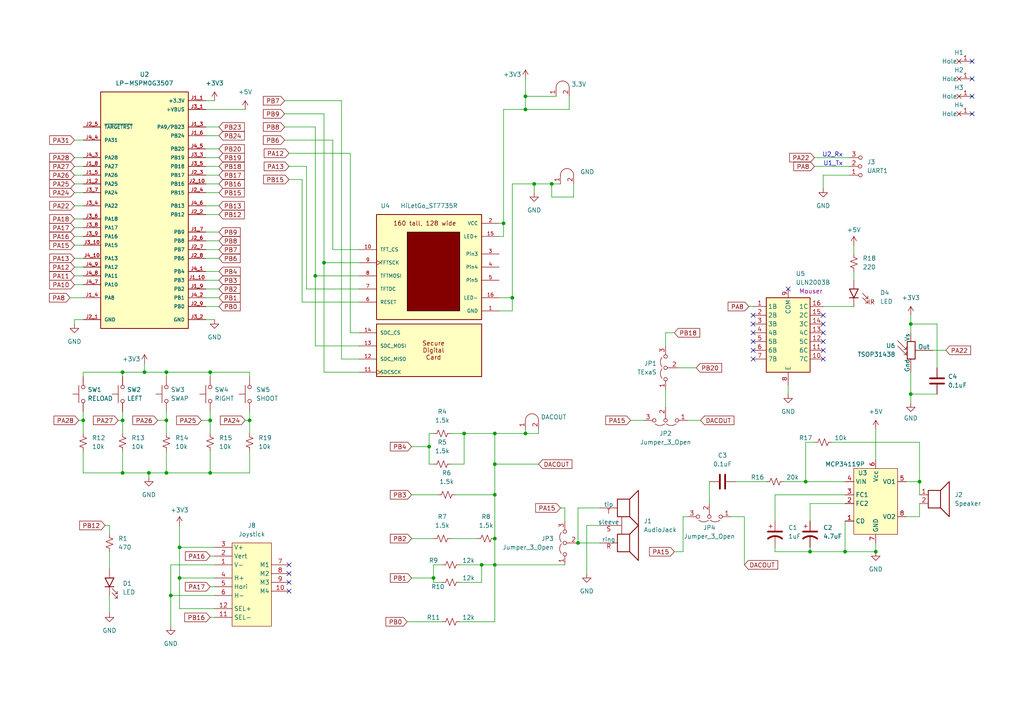
<source format=kicad_sch>
(kicad_sch (version 20250114) (generator "eeschema") (generator_version "9.0")
  (paper "A4")
  (title_block (title "Assignment1, Elijah Silguero") (date "2025-02-24") (rev "v1.0.1") (company "The University of Texas at Austin"))
  (lib_symbols
    (symbol "+3V3_1" (power) (pin_numbers (hide yes)) (pin_names (offset 0) (hide yes))
      (property "Value" "+3V3" (at 0 3.556 0))
      (symbol "+3V3_1_1_1"
        (pin power_in line (at 0 0 90) (length 0) (name "~") (number "1"))
      )
    )
    (symbol "+3V3_2" (power) (pin_numbers (hide yes)) (pin_names (offset 0) (hide yes))
      (property "Value" "+3V3" (at 0 3.556 0))
      (symbol "+3V3_2_1_1"
        (pin power_in line (at 0 0 90) (length 0) (name "~") (number "1"))
      )
    )
    (symbol "+5V_1" (power) (pin_numbers (hide yes)) (pin_names (offset 0) (hide yes))
      (property "Value" "+5V" (at 0 3.556 0))
      (symbol "+5V_1_1_1"
        (pin power_in line (at 0 0 90) (length 0) (name "~") (number "1"))
      )
    )
    (symbol "ECE319K:C" (pin_numbers (hide yes)) (pin_names (offset 0.254))
      (property "Reference" "C" (at 0.635 2.54 0))
      (property "Value" "C" (at 0.635 -2.54 0))
      (symbol "C_1_1"
        (pin passive line (at 0 3.81 270) (length 2.794) (name "~") (number "1"))
        (pin passive line (at 0 -3.81 90) (length 2.794) (name "~") (number "2"))
      )
    )
    (symbol "ECE319K:C_Polarized" (pin_numbers (hide yes)) (pin_names (offset 0.254) (hide yes))
      (property "Reference" "C" (at 0.635 2.54 0))
      (property "Value" "C_Polarized" (at 0.635 -2.54 0))
      (symbol "C_Polarized_1_1"
        (pin passive line (at 0 3.81 270) (length 2.794) (name "~") (number "1"))
        (pin passive line (at 0 -3.81 90) (length 3.302) (name "~") (number "2"))
      )
    )
    (symbol "ECE319K:Header_3" (pin_names (offset 0) (hide yes))
      (property "Reference" "J" (at 0 2.794 0))
      (property "Value" "Header3" (at 0.635 -4.445 0))
      (symbol "Header_3_1_1"
        (pin passive line (at 5.08 2.54 180) (length 2.54) (name "A") (number "1"))
        (pin passive line (at 5.08 0 180) (length 2.54) (name "B") (number "2"))
        (pin passive line (at 5.08 -2.54 180) (length 2.54) (name "C") (number "3"))
      )
    )
    (symbol "ECE319K:HeadphoneJack" (pin_names (offset 0))
      (property "Reference" "J" (at 1.27 5.715 0))
      (property "Value" "AudioJack" (at 1.27 3.81 0))
      (symbol "HeadphoneJack_1_1"
        (pin input line (at -7.62 -1.27 0) (length 5.12) (name "tip") (number "T"))
        (pin input line (at -7.62 -6.35 0) (length 5.12) (name "sleeve") (number "S"))
        (pin input line (at -7.62 -11.43 0) (length 5.12) (name "ring") (number "R"))
      )
    )
    (symbol "ECE319K:HiLetGo_ST7735R" (pin_names (offset 1.016))
      (property "Reference" "U?" (at -15.24 16.002 0))
      (property "Value" "HiLetGo_ST7735R" (at -11.43 -34.29 0))
      (symbol "HiLetGo_ST7735R_1_0"
        (pin input line (at -20.32 5.08 0) (length 5.08) (name "TFT_CS") (number "10"))
        (pin input clock (at -20.32 1.27 0) (length 5.08) (name "TFTSCK") (number "9"))
        (pin input line (at -20.32 -2.54 0) (length 5.08) (name "TFTMOSI") (number "8"))
        (pin input line (at -20.32 -6.35 0) (length 5.08) (name "TFTDC") (number "7"))
        (pin input line (at -20.32 -10.16 0) (length 5.08) (name "RESET") (number "6"))
        (pin input line (at -20.32 -19.05 0) (length 5.08) (name "SDC_CS") (number "14"))
        (pin input line (at -20.32 -22.86 0) (length 5.08) (name "SDC_MOSI") (number "13"))
        (pin output line (at -20.32 -26.67 0) (length 5.08) (name "SDC_MISO") (number "12"))
        (pin input clock (at -20.32 -30.48 0) (length 5.08) (name "SDCSCK") (number "11"))
        (pin power_in line (at 20.32 12.7 180) (length 5.08) (name "VCC") (number "2"))
        (pin power_in line (at 20.32 8.89 180) (length 5.08) (name "LED+") (number "15"))
        (pin free line (at 20.32 3.81 180) (length 5.08) (name "Pin3") (number "3"))
        (pin free line (at 20.32 0 180) (length 5.08) (name "Pin4") (number "4"))
        (pin free line (at 20.32 -3.81 180) (length 5.08) (name "Pin5") (number "5"))
        (pin power_in line (at 20.32 -8.89 180) (length 5.08) (name "LED-") (number "16"))
        (pin power_in line (at 20.32 -12.7 180) (length 5.08) (name "GND") (number "1"))
      )
      (symbol "HiLetGo_ST7735R_1_1"
        (text "160 tall, 128 wide" (at -1.27 12.7 0) (effects (font (size 1.27 1.27))))
        (text "Secure\nDigital\nCard" (at 1.27 -24.13 0) (effects (font (size 1.27 1.27))))
      )
    )
    (symbol "ECE319K:Joystick_Sparkfun_COM-09032"
      (property "Reference" "J" (at -1.27 12.7 0))
      (property "Value" "Joystick" (at 0 0 0))
      (symbol "Joystick_Sparkfun_COM-09032_1_1"
        (pin passive line (at -10.16 10.16 0) (length 5.12) (name "V+") (number "3"))
        (pin passive line (at -10.16 7.62 0) (length 5.12) (name "Vert") (number "2"))
        (pin passive line (at -10.16 5.08 0) (length 5.12) (name "V-") (number "1"))
        (pin passive line (at -10.16 1.27 0) (length 5.12) (name "H+") (number "4"))
        (pin passive line (at -10.16 -1.27 0) (length 5.12) (name "Hori") (number "5"))
        (pin passive line (at -10.16 -3.81 0) (length 5.12) (name "H-") (number "6"))
        (pin passive line (at -10.16 -7.62 0) (length 5.12) (name "SEL+") (number "12"))
        (pin passive line (at -10.16 -10.16 0) (length 5.12) (name "SEL-") (number "11"))
        (pin free line (at 11.43 5.08 180) (length 5.12) (name "M1") (number "7"))
        (pin free line (at 11.43 2.54 180) (length 5.12) (name "M2") (number "8"))
        (pin free line (at 11.43 0 180) (length 5.12) (name "M3") (number "9"))
        (pin free line (at 11.43 -2.54 180) (length 5.12) (name "M4") (number "10"))
      )
    )
    (symbol "ECE319K:Jumper_3_Open" (pin_names (offset 0) (hide yes))
      (property "Reference" "JP" (at -2.54 -2.54 0))
      (property "Value" "Jumper_3_Open" (at 0 2.794 0))
      (symbol "Jumper_3_Open_1_1"
        (pin passive line (at -6.35 0 0) (length 2.54) (name "A") (number "1"))
        (pin passive line (at 0 -3.81 90) (length 2.54) (name "C") (number "2"))
        (pin passive line (at 6.35 0 180) (length 2.54) (name "B") (number "3"))
      )
    )
    (symbol "ECE319K:LED" (pin_numbers (hide yes)) (pin_names (offset 1.016) (hide yes))
      (property "Reference" "D" (at 1.27 1.27 0))
      (property "Value" "LED" (at -5.08 -1.27 0))
      (symbol "LED_1_1"
        (pin passive line (at -1.27 3.81 270) (length 2.54) (name "A") (number "2"))
        (pin passive line (at -1.27 -3.81 90) (length 2.54) (name "K") (number "1"))
      )
    )
    (symbol "ECE319K:LP-MSPM0G3507" (pin_names (offset 1.016))
      (property "Reference" "U?" (at -12.7367 34.3099 0))
      (property "Value" "LP-MSPM0G3507" (at -10.16 -38.1 0))
      (symbol "LP-MSPM0G3507_1_0"
        (pin input line (at -17.78 22.86 0) (length 5.08) (name "~{TARGETRST}") (number "J2_5"))
        (pin bidirectional line (at -17.78 19.05 0) (length 5.08) (name "PA31") (number "J4_4"))
        (pin bidirectional line (at -17.78 13.97 0) (length 5.08) (name "PA28") (number "J4_3"))
        (pin bidirectional line (at -17.78 11.43 0) (length 5.08) (name "PA27") (number "J1_8"))
        (pin bidirectional line (at -17.78 8.89 0) (length 5.08) (name "PA26") (number "J1_5"))
        (pin bidirectional line (at -17.78 6.35 0) (length 5.08) (name "PA25") (number "J1_2"))
        (pin bidirectional line (at -17.78 3.81 0) (length 5.08) (name "PA24") (number "J3_7"))
        (pin bidirectional line (at -17.78 0 0) (length 5.08) (name "PA22") (number "J3_4"))
        (pin bidirectional line (at -17.78 -3.81 0) (length 5.08) (name "PA18") (number "J3_6"))
        (pin bidirectional line (at -17.78 -6.35 0) (length 5.08) (name "PA17") (number "J3_8"))
        (pin bidirectional line (at -17.78 -8.89 0) (length 5.08) (name "PA16") (number "J3_9"))
        (pin bidirectional line (at -17.78 -11.43 0) (length 5.08) (name "PA15") (number "J3_10"))
        (pin bidirectional line (at -17.78 -15.24 0) (length 5.08) (name "PA13") (number "J4_10"))
        (pin bidirectional line (at -17.78 -17.78 0) (length 5.08) (name "PA12") (number "J4_9"))
        (pin bidirectional line (at -17.78 -20.32 0) (length 5.08) (name "PA11") (number "J4_8"))
        (pin bidirectional line (at -17.78 -22.86 0) (length 5.08) (name "PA10") (number "J4_7"))
        (pin bidirectional line (at -17.78 -26.67 0) (length 5.08) (name "PA8") (number "J1_4"))
        (pin power_out line (at -17.78 -33.02 0) (length 5.08) (name "GND") (number "J2_1"))
        (pin power_out line (at 17.78 30.48 180) (length 5.08) (name "+3.3V") (number "J1_1"))
        (pin power_out line (at 17.78 27.94 180) (length 5.08) (name "+VBUS") (number "J3_1"))
        (pin bidirectional line (at 17.78 22.86 180) (length 5.08) (name "PA9/PB23") (number "J1_3"))
        (pin bidirectional line (at 17.78 20.32 180) (length 5.08) (name "PB24") (number "J1_6"))
        (pin bidirectional line (at 17.78 16.51 180) (length 5.08) (name "PB20") (number "J4_5"))
        (pin bidirectional line (at 17.78 13.97 180) (length 5.08) (name "PB19") (number "J3_3"))
        (pin bidirectional line (at 17.78 11.43 180) (length 5.08) (name "PB18") (number "J3_5"))
        (pin bidirectional line (at 17.78 8.89 180) (length 5.08) (name "PB17") (number "J2_3"))
        (pin bidirectional line (at 17.78 6.35 180) (length 5.08) (name "PB16") (number "J2_10"))
        (pin bidirectional line (at 17.78 3.81 180) (length 5.08) (name "PB15") (number "J2_4"))
        (pin bidirectional line (at 17.78 0 180) (length 5.08) (name "PB13") (number "J4_6"))
        (pin bidirectional line (at 17.78 -2.54 180) (length 5.08) (name "PB12") (number "J2_2"))
        (pin bidirectional line (at 17.78 -7.62 180) (length 5.08) (name "PB9") (number "J1_7"))
        (pin bidirectional line (at 17.78 -10.16 180) (length 5.08) (name "PB8") (number "J2_6"))
        (pin bidirectional line (at 17.78 -12.7 180) (length 5.08) (name "PB7") (number "J2_7"))
        (pin bidirectional line (at 17.78 -15.24 180) (length 5.08) (name "PB6") (number "J2_8"))
        (pin bidirectional line (at 17.78 -19.05 180) (length 5.08) (name "PB4") (number "J4_1"))
        (pin bidirectional line (at 17.78 -21.59 180) (length 5.08) (name "PB3") (number "J1_10"))
        (pin bidirectional line (at 17.78 -24.13 180) (length 5.08) (name "PB2") (number "J1_9"))
        (pin bidirectional line (at 17.78 -26.67 180) (length 5.08) (name "PB1") (number "J4_2"))
        (pin bidirectional line (at 17.78 -29.21 180) (length 5.08) (name "PB0") (number "J2_9"))
        (pin power_out line (at 17.78 -33.02 180) (length 5.08) (name "GND") (number "J3_2"))
      )
    )
    (symbol "ECE319K:MCP34119P"
      (property "Reference" "U" (at -5.08 7.62 0))
      (property "Value" "MCP34119P" (at -7.62 10.16 0))
      (symbol "MCP34119P_1_1"
        (pin input line (at -8.89 5.08 0) (length 2.54) (name "VIN") (number "4"))
        (pin input line (at -8.89 1.27 0) (length 2.54) (name "FC1") (number "3"))
        (pin input line (at -8.89 -1.27 0) (length 2.54) (name "FC2") (number "2"))
        (pin input line (at -8.89 -6.35 0) (length 2.54) (name "CD") (number "1"))
        (pin power_in line (at 0 11.43 270) (length 2.54) (name "Vcc") (number "6"))
        (pin power_in line (at 0 -12.7 90) (length 2.54) (name "GND") (number "7"))
        (pin output line (at 8.89 5.08 180) (length 2.54) (name "VO1") (number "5"))
        (pin output line (at 8.89 -5.08 180) (length 2.54) (name "VO2") (number "8"))
      )
    )
    (symbol "ECE319K:MountingHole"
      (property "Reference" "H" (at 0 0 0))
      (symbol "MountingHole_1_1"
        (pin power_in non_logic (at 0 0 180) (length 3.81) (name "Hole") (number "1"))
      )
    )
    (symbol "ECE319K:OED-EL-1L2" (pin_numbers (hide yes)) (pin_names (offset 1.016) (hide yes))
      (property "Reference" "D" (at 0 2.54 0))
      (property "Value" "LED" (at -5.08 -2.54 0))
      (symbol "OED-EL-1L2_1_1"
        (text "IR" (at 3.81 -2.54 0) (effects (font (size 1.27 1.27))))
        (pin passive line (at -1.27 3.81 270) (length 2.54) (name "A") (number "2"))
        (pin passive line (at -1.27 -3.81 90) (length 2.54) (name "K") (number "1"))
      )
    )
    (symbol "ECE319K:R_0.125W" (pin_numbers (hide yes)) (pin_names (offset 0.254) (hide yes))
      (property "Reference" "R" (at 0.762 0.508 0))
      (property "Value" "R_0.125W" (at 0.762 -1.016 0))
      (symbol "R_0.125W_1_1"
        (pin passive line (at 0 2.54 270) (length 1.016) (name "~") (number "1"))
        (pin passive line (at 0 -2.54 90) (length 1.016) (name "~") (number "2"))
      )
    )
    (symbol "ECE319K:SW_Push" (pin_numbers (hide yes)) (pin_names (offset 1.016) (hide yes))
      (property "Reference" "SW101" (at 1.27 -1.27 90))
      (property "Value" "UP" (at -1.27 -1.27 90))
      (symbol "SW_Push_0_1"
        (pin passive line (at -5.08 0 0) (length 2.54) (name "1") (number "1"))
        (pin passive line (at 5.08 0 180) (length 2.54) (name "2") (number "2"))
      )
    )
    (symbol "ECE319K:Speaker" (pin_names (offset 0) (hide yes))
      (property "Reference" "J" (at 1.27 5.715 0))
      (property "Value" "Speaker" (at 1.27 3.81 0))
      (symbol "Speaker_1_1"
        (pin input line (at -5.08 0 0) (length 2.54) (name "1") (number "1"))
        (pin input line (at -5.08 -2.54 0) (length 2.54) (name "2") (number "2"))
      )
    )
    (symbol "ECE319K:TSOP31438" (pin_numbers (hide yes)) (pin_names (offset 0))
      (property "Reference" "U" (at -5.08 0 90))
      (property "Value" "TSOP31438" (at -7.62 -1.27 90))
      (symbol "TSOP31438_1_1"
        (pin power_in line (at 0 5.08 270) (length 2.54) (name "Vs") (number "2"))
        (pin power_in line (at 0 -6.35 90) (length 3.81) (name "Gnd") (number "1"))
        (pin output line (at 6.35 0 180) (length 5.08) (name "Out") (number "3"))
      )
    )
    (symbol "ECE319K:Testpoint" (pin_names (offset 0) (hide yes))
      (property "Reference" "TP" (at 0 2.794 0))
      (property "Value" "TP" (at 0 -2.286 0))
      (symbol "Testpoint_1_1"
        (pin passive line (at -1.905 0 90) (length 2.54) (name "A") (number "1"))
        (pin passive line (at 1.905 0 90) (length 2.54) (name "B") (number "2"))
      )
    )
    (symbol "ECE319K:ULN2003B"
      (property "Reference" "U" (at 7.62 8.89 0))
      (property "Value" "ULN2003B" (at 6.35 -15.24 0))
      (property "Distributor" " Mouser " (at 0 0 0))
      (symbol "ULN2003B_1_1"
        (pin input line (at -10.16 5.08 0) (length 3.81) (name "1B") (number "1"))
        (pin input line (at -10.16 2.54 0) (length 3.81) (name "2B") (number "2"))
        (pin input line (at -10.16 0 0) (length 3.81) (name "3B") (number "3"))
        (pin input line (at -10.16 -2.54 0) (length 3.81) (name "4B") (number "4"))
        (pin input line (at -10.16 -5.08 0) (length 3.81) (name "5B") (number "5"))
        (pin input line (at -10.16 -7.62 0) (length 3.81) (name "6B") (number "6"))
        (pin input line (at -10.16 -10.16 0) (length 3.81) (name "7B") (number "7"))
        (pin power_in line (at 0 10.16 270) (length 2.54) (name "COM") (number "9"))
        (pin power_in line (at 0 -17.78 90) (length 3.81) (name "E") (number "8"))
        (pin output line (at 10.16 5.08 180) (length 3.81) (name "1C") (number "16"))
        (pin output line (at 10.16 2.54 180) (length 3.81) (name "2C") (number "15"))
        (pin output line (at 10.16 0 180) (length 3.81) (name "3C") (number "14"))
        (pin output line (at 10.16 -2.54 180) (length 3.81) (name "4C") (number "13"))
        (pin output line (at 10.16 -5.08 180) (length 3.81) (name "5C") (number "12"))
        (pin output line (at 10.16 -7.62 180) (length 3.81) (name "6C") (number "11"))
        (pin output line (at 10.16 -10.16 180) (length 3.81) (name "7C") (number "10"))
      )
    )
    (symbol "GND_1" (power) (pin_numbers (hide yes)) (pin_names (offset 0) (hide yes))
      (property "Value" "GND" (at 0 -3.81 0))
      (symbol "GND_1_1_1"
        (pin power_in line (at 0 0 270) (length 0) (name "~") (number "1"))
      )
    )
    (symbol "GND_2" (power) (pin_numbers (hide yes)) (pin_names (offset 0) (hide yes))
      (property "Value" "GND" (at 0 -3.81 0))
      (symbol "GND_2_1_1"
        (pin power_in line (at 0 0 270) (length 0) (name "~") (number "1"))
      )
    )
    (symbol "GND_3" (power) (pin_numbers (hide yes)) (pin_names (offset 0) (hide yes))
      (property "Value" "GND" (at 0 -3.81 0))
      (symbol "GND_3_1_1"
        (pin power_in line (at 0 0 270) (length 0) (name "~") (number "1"))
      )
    )
    (symbol "power:+3V3" (power) (pin_names (offset 0))
      (property "Value" "+3V3" (at 0 3.556 0))
      (symbol "+3V3_1_1"
        (pin power_in line (at 0 0 90) (length 0) (hide yes) (name "+3V3") (number "1"))
      )
    )
    (symbol "power:+5V" (power) (pin_names (offset 0))
      (property "Value" "+5V" (at 0 3.556 0))
      (symbol "+5V_1_1"
        (pin power_in line (at 0 0 90) (length 0) (hide yes) (name "+5V") (number "1"))
      )
    )
    (symbol "power:GND" (power) (pin_names (offset 0))
      (property "Value" "GND" (at 0 -3.81 0))
      (symbol "GND_1_1"
        (pin power_in line (at 0 0 270) (length 0) (hide yes) (name "GND") (number "1"))
      )
    )
  )
  (text "U2_Rx" (at 244.475 45.72 0) (effects (font (size 1.27 1.27)) (justify right bottom)))
  (text "U1_Tx" (at 244.475 48.26 0) (effects (font (size 1.27 1.27)) (justify right bottom)))
  (junction (at 254 160.02))
  (junction (at 125.73 167.64))
  (junction (at 234.95 160.02))
  (junction (at 146.05 64.77))
  (junction (at 43.18 137.16))
  (junction (at 264.16 93.98))
  (junction (at 35.56 137.16))
  (junction (at 152.4 125.73))
  (junction (at 143.51 143.51))
  (junction (at 143.51 134.62))
  (junction (at 167.64 157.48))
  (junction (at 143.51 125.73))
  (junction (at 143.51 163.83))
  (junction (at 52.07 158.75))
  (junction (at 245.11 160.02))
  (junction (at 148.59 86.36))
  (junction (at 35.56 107.95))
  (junction (at 60.96 121.92))
  (junction (at 266.7 139.7))
  (junction (at 52.07 167.64))
  (junction (at 152.4 27.94))
  (junction (at 48.26 107.95))
  (junction (at 154.94 53.34))
  (junction (at 49.53 172.72))
  (junction (at 134.62 125.73))
  (junction (at 48.26 121.92))
  (junction (at 48.26 137.16))
  (junction (at 160.02 53.34))
  (junction (at 41.91 107.95))
  (junction (at 60.96 137.16))
  (junction (at 91.44 80.01))
  (junction (at 143.51 156.21))
  (junction (at 60.96 107.95))
  (junction (at 93.98 76.2))
  (junction (at 152.4 31.75))
  (junction (at 124.46 129.54))
  (junction (at 24.13 121.92))
  (junction (at 72.39 121.92))
  (junction (at 35.56 121.92))
  (junction (at 233.68 139.7))
  (junction (at 264.16 114.3))
  (junction (at 139.7 163.83))
  (no_connect (at 238.76 96.52))
  (no_connect (at 218.44 101.6))
  (no_connect (at 218.44 99.06))
  (no_connect (at 238.76 99.06))
  (no_connect (at 238.76 93.98))
  (no_connect (at 281.94 33.02))
  (no_connect (at 238.76 101.6))
  (no_connect (at 281.94 17.78))
  (no_connect (at 238.76 104.14))
  (no_connect (at 218.44 91.44))
  (no_connect (at 218.44 93.98))
  (no_connect (at 218.44 96.52))
  (no_connect (at 83.82 166.37))
  (no_connect (at 281.94 27.94))
  (no_connect (at 228.6 83.82))
  (no_connect (at 238.76 91.44))
  (no_connect (at 281.94 22.86))
  (no_connect (at 83.82 163.83))
  (no_connect (at 218.44 104.14))
  (no_connect (at 83.82 168.91))
  (no_connect (at 83.82 171.45))
  (wire (pts (xy 130.81 125.73) (xy 134.62 125.73)))
  (wire (pts (xy 163.83 151.13) (xy 163.83 147.32)))
  (wire (pts (xy 48.26 107.95) (xy 60.96 107.95)))
  (wire (pts (xy 91.44 80.01) (xy 91.44 36.83)))
  (wire (pts (xy 254 157.48) (xy 254 160.02)))
  (wire (pts (xy 247.65 78.74) (xy 247.65 81.28)))
  (wire (pts (xy 104.14 87.63) (xy 87.63 87.63)))
  (wire (pts (xy 49.53 163.83) (xy 49.53 172.72)))
  (wire (pts (xy 59.69 88.9) (xy 63.5 88.9)))
  (wire (pts (xy 24.13 119.38) (xy 24.13 121.92)))
  (wire (pts (xy 156.21 124.46) (xy 156.21 125.73)))
  (wire (pts (xy 59.69 59.69) (xy 63.5 59.69)))
  (wire (pts (xy 134.62 125.73) (xy 134.62 134.62)))
  (wire (pts (xy 199.39 121.92) (xy 203.2 121.92)))
  (wire (pts (xy 82.55 40.64) (xy 96.52 40.64)))
  (wire (pts (xy 152.4 124.46) (xy 152.4 125.73)))
  (wire (pts (xy 130.81 134.62) (xy 134.62 134.62)))
  (wire (pts (xy 31.75 172.72) (xy 31.75 177.8)))
  (wire (pts (xy 72.39 107.95) (xy 72.39 109.22)))
  (wire (pts (xy 241.3 128.27) (xy 266.7 128.27)))
  (wire (pts (xy 59.69 53.34) (xy 63.5 53.34)))
  (wire (pts (xy 60.96 179.07) (xy 62.23 179.07)))
  (wire (pts (xy 139.7 168.91) (xy 139.7 163.83)))
  (wire (pts (xy 212.09 149.86) (xy 215.9 149.86)))
  (wire (pts (xy 154.94 53.34) (xy 160.02 53.34)))
  (wire (pts (xy 21.59 93.98) (xy 21.59 92.71)))
  (wire (pts (xy 82.55 36.83) (xy 91.44 36.83)))
  (wire (pts (xy 198.12 149.86) (xy 199.39 149.86)))
  (wire (pts (xy 83.82 52.07) (xy 87.63 52.07)))
  (wire (pts (xy 271.78 106.68) (xy 271.78 93.98)))
  (wire (pts (xy 21.59 71.12) (xy 24.13 71.12)))
  (wire (pts (xy 173.99 147.32) (xy 167.64 147.32)))
  (wire (pts (xy 143.51 143.51) (xy 143.51 156.21)))
  (wire (pts (xy 195.58 96.52) (xy 193.04 96.52)))
  (wire (pts (xy 59.69 29.21) (xy 62.23 29.21)))
  (wire (pts (xy 21.59 68.58) (xy 24.13 68.58)))
  (wire (pts (xy 24.13 137.16) (xy 35.56 137.16)))
  (wire (pts (xy 60.96 107.95) (xy 60.96 109.22)))
  (wire (pts (xy 104.14 104.14) (xy 99.06 104.14)))
  (wire (pts (xy 72.39 119.38) (xy 72.39 121.92)))
  (wire (pts (xy 165.1 27.94) (xy 165.1 31.75)))
  (wire (pts (xy 236.22 48.26) (xy 246.38 48.26)))
  (wire (pts (xy 132.08 143.51) (xy 143.51 143.51)))
  (wire (pts (xy 144.78 68.58) (xy 146.05 68.58)))
  (wire (pts (xy 59.69 48.26) (xy 63.5 48.26)))
  (wire (pts (xy 167.64 147.32) (xy 167.64 157.48)))
  (wire (pts (xy 104.14 72.39) (xy 96.52 72.39)))
  (wire (pts (xy 41.91 105.41) (xy 41.91 107.95)))
  (wire (pts (xy 262.89 139.7) (xy 266.7 139.7)))
  (wire (pts (xy 59.69 43.18) (xy 63.5 43.18)))
  (wire (pts (xy 125.73 163.83) (xy 125.73 167.64)))
  (wire (pts (xy 21.59 40.64) (xy 24.13 40.64)))
  (wire (pts (xy 264.16 114.3) (xy 264.16 116.84)))
  (wire (pts (xy 124.46 125.73) (xy 125.73 125.73)))
  (wire (pts (xy 35.56 107.95) (xy 41.91 107.95)))
  (wire (pts (xy 30.48 152.4) (xy 31.75 152.4)))
  (wire (pts (xy 245.11 143.51) (xy 224.79 143.51)))
  (wire (pts (xy 87.63 52.07) (xy 87.63 87.63)))
  (wire (pts (xy 144.78 86.36) (xy 148.59 86.36)))
  (wire (pts (xy 119.38 143.51) (xy 127 143.51)))
  (wire (pts (xy 266.7 128.27) (xy 266.7 139.7)))
  (wire (pts (xy 262.89 149.86) (xy 266.7 149.86)))
  (wire (pts (xy 224.79 158.75) (xy 224.79 160.02)))
  (wire (pts (xy 60.96 130.81) (xy 60.96 137.16)))
  (wire (pts (xy 88.9 48.26) (xy 88.9 83.82)))
  (wire (pts (xy 139.7 163.83) (xy 143.51 163.83)))
  (wire (pts (xy 193.04 113.03) (xy 193.04 118.11)))
  (wire (pts (xy 59.69 74.93) (xy 63.5 74.93)))
  (wire (pts (xy 48.26 137.16) (xy 60.96 137.16)))
  (wire (pts (xy 266.7 139.7) (xy 266.7 143.51)))
  (wire (pts (xy 104.14 100.33) (xy 91.44 100.33)))
  (wire (pts (xy 82.55 33.02) (xy 93.98 33.02)))
  (wire (pts (xy 21.59 50.8) (xy 24.13 50.8)))
  (wire (pts (xy 59.69 86.36) (xy 63.5 86.36)))
  (wire (pts (xy 119.38 167.64) (xy 125.73 167.64)))
  (wire (pts (xy 20.32 86.36) (xy 24.13 86.36)))
  (wire (pts (xy 48.26 107.95) (xy 48.26 109.22)))
  (wire (pts (xy 143.51 134.62) (xy 143.51 143.51)))
  (wire (pts (xy 101.6 96.52) (xy 101.6 44.45)))
  (wire (pts (xy 196.85 106.68) (xy 201.93 106.68)))
  (wire (pts (xy 193.04 96.52) (xy 193.04 100.33)))
  (wire (pts (xy 233.68 139.7) (xy 245.11 139.7)))
  (wire (pts (xy 60.96 170.18) (xy 62.23 170.18)))
  (wire (pts (xy 45.72 121.92) (xy 48.26 121.92)))
  (wire (pts (xy 59.69 78.74) (xy 63.5 78.74)))
  (wire (pts (xy 146.05 68.58) (xy 146.05 64.77)))
  (wire (pts (xy 234.95 146.05) (xy 234.95 151.13)))
  (wire (pts (xy 21.59 66.04) (xy 24.13 66.04)))
  (wire (pts (xy 167.64 157.48) (xy 173.99 157.48)))
  (wire (pts (xy 233.68 128.27) (xy 233.68 139.7)))
  (wire (pts (xy 58.42 121.92) (xy 60.96 121.92)))
  (wire (pts (xy 59.69 36.83) (xy 63.5 36.83)))
  (wire (pts (xy 144.78 90.17) (xy 148.59 90.17)))
  (wire (pts (xy 125.73 168.91) (xy 128.27 168.91)))
  (wire (pts (xy 43.18 137.16) (xy 43.18 138.43)))
  (wire (pts (xy 143.51 163.83) (xy 163.83 163.83)))
  (wire (pts (xy 99.06 104.14) (xy 99.06 29.21)))
  (wire (pts (xy 146.05 31.75) (xy 152.4 31.75)))
  (wire (pts (xy 59.69 67.31) (xy 63.5 67.31)))
  (wire (pts (xy 125.73 167.64) (xy 125.73 168.91)))
  (wire (pts (xy 134.62 125.73) (xy 143.51 125.73)))
  (wire (pts (xy 166.37 57.15) (xy 160.02 57.15)))
  (wire (pts (xy 152.4 27.94) (xy 152.4 22.86)))
  (wire (pts (xy 24.13 107.95) (xy 35.56 107.95)))
  (wire (pts (xy 83.82 48.26) (xy 88.9 48.26)))
  (wire (pts (xy 21.59 53.34) (xy 24.13 53.34)))
  (wire (pts (xy 41.91 107.95) (xy 48.26 107.95)))
  (wire (pts (xy 236.22 45.72) (xy 246.38 45.72)))
  (wire (pts (xy 59.69 50.8) (xy 63.5 50.8)))
  (wire (pts (xy 21.59 92.71) (xy 24.13 92.71)))
  (wire (pts (xy 124.46 129.54) (xy 124.46 125.73)))
  (wire (pts (xy 224.79 160.02) (xy 234.95 160.02)))
  (wire (pts (xy 270.51 101.6) (xy 274.32 101.6)))
  (wire (pts (xy 59.69 31.75) (xy 71.12 31.75)))
  (wire (pts (xy 146.05 64.77) (xy 146.05 31.75)))
  (wire (pts (xy 24.13 107.95) (xy 24.13 109.22)))
  (wire (pts (xy 133.35 180.34) (xy 143.51 180.34)))
  (wire (pts (xy 52.07 167.64) (xy 62.23 167.64)))
  (wire (pts (xy 236.22 128.27) (xy 233.68 128.27)))
  (wire (pts (xy 21.59 59.69) (xy 24.13 59.69)))
  (wire (pts (xy 52.07 176.53) (xy 52.07 167.64)))
  (wire (pts (xy 144.78 64.77) (xy 146.05 64.77)))
  (wire (pts (xy 234.95 158.75) (xy 234.95 160.02)))
  (wire (pts (xy 143.51 125.73) (xy 143.51 134.62)))
  (wire (pts (xy 124.46 134.62) (xy 124.46 129.54)))
  (wire (pts (xy 31.75 152.4) (xy 31.75 154.94)))
  (wire (pts (xy 238.76 88.9) (xy 247.65 88.9)))
  (wire (pts (xy 238.76 50.8) (xy 238.76 54.61)))
  (wire (pts (xy 62.23 163.83) (xy 49.53 163.83)))
  (wire (pts (xy 173.99 152.4) (xy 170.18 152.4)))
  (wire (pts (xy 133.35 163.83) (xy 139.7 163.83)))
  (wire (pts (xy 271.78 93.98) (xy 264.16 93.98)))
  (wire (pts (xy 91.44 100.33) (xy 91.44 80.01)))
  (wire (pts (xy 35.56 121.92) (xy 35.56 125.73)))
  (wire (pts (xy 264.16 107.95) (xy 264.16 114.3)))
  (wire (pts (xy 104.14 83.82) (xy 88.9 83.82)))
  (wire (pts (xy 21.59 77.47) (xy 24.13 77.47)))
  (wire (pts (xy 152.4 31.75) (xy 152.4 27.94)))
  (wire (pts (xy 31.75 160.02) (xy 31.75 165.1)))
  (wire (pts (xy 22.86 121.92) (xy 24.13 121.92)))
  (wire (pts (xy 60.96 161.29) (xy 62.23 161.29)))
  (wire (pts (xy 133.35 168.91) (xy 139.7 168.91)))
  (wire (pts (xy 264.16 114.3) (xy 271.78 114.3)))
  (wire (pts (xy 34.29 121.92) (xy 35.56 121.92)))
  (wire (pts (xy 228.6 111.76) (xy 228.6 114.3)))
  (wire (pts (xy 104.14 80.01) (xy 91.44 80.01)))
  (wire (pts (xy 143.51 156.21) (xy 143.51 163.83)))
  (wire (pts (xy 217.17 88.9) (xy 218.44 88.9)))
  (wire (pts (xy 119.38 156.21) (xy 125.73 156.21)))
  (wire (pts (xy 125.73 134.62) (xy 124.46 134.62)))
  (wire (pts (xy 62.23 176.53) (xy 52.07 176.53)))
  (wire (pts (xy 48.26 121.92) (xy 48.26 125.73)))
  (wire (pts (xy 35.56 137.16) (xy 43.18 137.16)))
  (wire (pts (xy 264.16 91.44) (xy 264.16 93.98)))
  (wire (pts (xy 24.13 121.92) (xy 24.13 125.73)))
  (wire (pts (xy 35.56 130.81) (xy 35.56 137.16)))
  (wire (pts (xy 59.69 92.71) (xy 62.23 92.71)))
  (wire (pts (xy 59.69 69.85) (xy 63.5 69.85)))
  (wire (pts (xy 59.69 83.82) (xy 63.5 83.82)))
  (wire (pts (xy 213.36 139.7) (xy 222.25 139.7)))
  (wire (pts (xy 119.38 129.54) (xy 124.46 129.54)))
  (wire (pts (xy 166.37 53.34) (xy 166.37 57.15)))
  (wire (pts (xy 93.98 76.2) (xy 93.98 33.02)))
  (wire (pts (xy 170.18 152.4) (xy 170.18 166.37)))
  (wire (pts (xy 24.13 137.16) (xy 24.13 130.81)))
  (wire (pts (xy 224.79 143.51) (xy 224.79 151.13)))
  (wire (pts (xy 160.02 53.34) (xy 162.56 53.34)))
  (wire (pts (xy 143.51 134.62) (xy 156.21 134.62)))
  (wire (pts (xy 21.59 82.55) (xy 24.13 82.55)))
  (wire (pts (xy 104.14 96.52) (xy 101.6 96.52)))
  (wire (pts (xy 215.9 149.86) (xy 215.9 163.83)))
  (wire (pts (xy 152.4 125.73) (xy 156.21 125.73)))
  (wire (pts (xy 71.12 121.92) (xy 72.39 121.92)))
  (wire (pts (xy 52.07 158.75) (xy 52.07 152.4)))
  (wire (pts (xy 234.95 160.02) (xy 245.11 160.02)))
  (wire (pts (xy 48.26 130.81) (xy 48.26 137.16)))
  (wire (pts (xy 205.74 139.7) (xy 205.74 146.05)))
  (wire (pts (xy 21.59 80.01) (xy 24.13 80.01)))
  (wire (pts (xy 148.59 86.36) (xy 148.59 53.34)))
  (wire (pts (xy 59.69 55.88) (xy 63.5 55.88)))
  (wire (pts (xy 247.65 71.12) (xy 247.65 73.66)))
  (wire (pts (xy 130.81 156.21) (xy 138.43 156.21)))
  (wire (pts (xy 148.59 53.34) (xy 154.94 53.34)))
  (wire (pts (xy 93.98 107.95) (xy 93.98 76.2)))
  (wire (pts (xy 246.38 50.8) (xy 238.76 50.8)))
  (wire (pts (xy 245.11 160.02) (xy 254 160.02)))
  (wire (pts (xy 60.96 121.92) (xy 60.96 125.73)))
  (wire (pts (xy 59.69 81.28) (xy 63.5 81.28)))
  (wire (pts (xy 96.52 72.39) (xy 96.52 40.64)))
  (wire (pts (xy 21.59 48.26) (xy 24.13 48.26)))
  (wire (pts (xy 49.53 172.72) (xy 49.53 181.61)))
  (wire (pts (xy 264.16 93.98) (xy 264.16 96.52)))
  (wire (pts (xy 48.26 119.38) (xy 48.26 121.92)))
  (wire (pts (xy 254 124.46) (xy 254 133.35)))
  (wire (pts (xy 245.11 146.05) (xy 234.95 146.05)))
  (wire (pts (xy 195.58 160.02) (xy 198.12 160.02)))
  (wire (pts (xy 62.23 158.75) (xy 52.07 158.75)))
  (wire (pts (xy 152.4 27.94) (xy 161.29 27.94)))
  (wire (pts (xy 60.96 137.16) (xy 72.39 137.16)))
  (wire (pts (xy 118.11 180.34) (xy 128.27 180.34)))
  (wire (pts (xy 160.02 57.15) (xy 160.02 53.34)))
  (wire (pts (xy 60.96 107.95) (xy 72.39 107.95)))
  (wire (pts (xy 43.18 137.16) (xy 48.26 137.16)))
  (wire (pts (xy 163.83 147.32) (xy 162.56 147.32)))
  (wire (pts (xy 128.27 163.83) (xy 125.73 163.83)))
  (wire (pts (xy 72.39 137.16) (xy 72.39 130.81)))
  (wire (pts (xy 165.1 31.75) (xy 152.4 31.75)))
  (wire (pts (xy 143.51 180.34) (xy 143.51 163.83)))
  (wire (pts (xy 21.59 45.72) (xy 24.13 45.72)))
  (wire (pts (xy 227.33 139.7) (xy 233.68 139.7)))
  (wire (pts (xy 21.59 74.93) (xy 24.13 74.93)))
  (wire (pts (xy 143.51 125.73) (xy 152.4 125.73)))
  (wire (pts (xy 59.69 45.72) (xy 63.5 45.72)))
  (wire (pts (xy 52.07 167.64) (xy 52.07 158.75)))
  (wire (pts (xy 154.94 53.34) (xy 154.94 55.88)))
  (wire (pts (xy 59.69 62.23) (xy 63.5 62.23)))
  (wire (pts (xy 148.59 90.17) (xy 148.59 86.36)))
  (wire (pts (xy 182.88 121.92) (xy 186.69 121.92)))
  (wire (pts (xy 59.69 72.39) (xy 63.5 72.39)))
  (wire (pts (xy 266.7 146.05) (xy 266.7 149.86)))
  (wire (pts (xy 35.56 107.95) (xy 35.56 109.22)))
  (wire (pts (xy 59.69 39.37) (xy 63.5 39.37)))
  (wire (pts (xy 93.98 76.2) (xy 104.14 76.2)))
  (wire (pts (xy 49.53 172.72) (xy 62.23 172.72)))
  (wire (pts (xy 35.56 119.38) (xy 35.56 121.92)))
  (wire (pts (xy 60.96 119.38) (xy 60.96 121.92)))
  (wire (pts (xy 72.39 121.92) (xy 72.39 125.73)))
  (wire (pts (xy 21.59 63.5) (xy 24.13 63.5)))
  (wire (pts (xy 82.55 29.21) (xy 99.06 29.21)))
  (wire (pts (xy 21.59 55.88) (xy 24.13 55.88)))
  (wire (pts (xy 245.11 151.13) (xy 245.11 160.02)))
  (wire (pts (xy 198.12 149.86) (xy 198.12 160.02)))
  (wire (pts (xy 104.14 107.95) (xy 93.98 107.95)))
  (wire (pts (xy 83.82 44.45) (xy 101.6 44.45)))
  (global_label "PA13" (shape input) (at 83.82 48.26 180) (property "Intersheetrefs" "${INTERSHEET_REFS}" (effects (hide yes))))
  (global_label "PB4" (shape input) (at 119.38 129.54 180) (property "Intersheetrefs" "${INTERSHEET_REFS}" (effects (hide yes))))
  (global_label "PB12" (shape input) (at 30.48 152.4 180) (property "Intersheetrefs" "${INTERSHEET_REFS}" (effects (hide yes))))
  (global_label "PB8" (shape input) (at 63.5 69.85 0) (property "Intersheetrefs" "${INTERSHEET_REFS}" (effects (hide yes))))
  (global_label "PA12" (shape input) (at 83.82 44.45 180) (property "Intersheetrefs" "${INTERSHEET_REFS}" (effects (hide yes))))
  (global_label "PB6" (shape input) (at 63.5 74.93 0) (property "Intersheetrefs" "${INTERSHEET_REFS}" (effects (hide yes))))
  (global_label "PB6" (shape input) (at 82.55 40.64 180) (property "Intersheetrefs" "${INTERSHEET_REFS}" (effects (hide yes))))
  (global_label "PB18" (shape input) (at 195.58 96.52 0) (property "Intersheetrefs" "${INTERSHEET_REFS}" (effects (hide yes))))
  (global_label "PB15" (shape input) (at 63.5 55.88 0) (property "Intersheetrefs" "${INTERSHEET_REFS}" (effects (hide yes))))
  (global_label "PB7" (shape input) (at 82.55 29.21 180) (property "Intersheetrefs" "${INTERSHEET_REFS}" (effects (hide yes))))
  (global_label "PB20" (shape input) (at 201.93 106.68 0) (property "Intersheetrefs" "${INTERSHEET_REFS}" (effects (hide yes))))
  (global_label "PA25" (shape input) (at 21.59 53.34 180) (property "Intersheetrefs" "${INTERSHEET_REFS}" (effects (hide yes))))
  (global_label "PA22" (shape input) (at 21.59 59.69 180) (property "Intersheetrefs" "${INTERSHEET_REFS}" (effects (hide yes))))
  (global_label "PB18" (shape input) (at 63.5 48.26 0) (property "Intersheetrefs" "${INTERSHEET_REFS}" (effects (hide yes))))
  (global_label "PA24" (shape input) (at 21.59 55.88 180) (property "Intersheetrefs" "${INTERSHEET_REFS}" (effects (hide yes))))
  (global_label "PA15" (shape input) (at 162.56 147.32 180) (property "Intersheetrefs" "${INTERSHEET_REFS}" (effects (hide yes))))
  (global_label "PB7" (shape input) (at 63.5 72.39 0) (property "Intersheetrefs" "${INTERSHEET_REFS}" (effects (hide yes))))
  (global_label "PB23" (shape input) (at 63.5 36.83 0) (property "Intersheetrefs" "${INTERSHEET_REFS}" (effects (hide yes))))
  (global_label "PA15" (shape input) (at 21.59 71.12 180) (property "Intersheetrefs" "${INTERSHEET_REFS}" (effects (hide yes))))
  (global_label "PB3" (shape input) (at 63.5 81.28 0) (property "Intersheetrefs" "${INTERSHEET_REFS}" (effects (hide yes))))
  (global_label "PA31" (shape input) (at 21.59 40.64 180) (property "Intersheetrefs" "${INTERSHEET_REFS}" (effects (hide yes))))
  (global_label "PA26" (shape input) (at 21.59 50.8 180) (property "Intersheetrefs" "${INTERSHEET_REFS}" (effects (hide yes))))
  (global_label "PA17" (shape input) (at 21.59 66.04 180) (property "Intersheetrefs" "${INTERSHEET_REFS}" (effects (hide yes))))
  (global_label "PB3" (shape input) (at 119.38 143.51 180) (property "Intersheetrefs" "${INTERSHEET_REFS}" (effects (hide yes))))
  (global_label "PB9" (shape input) (at 63.5 67.31 0) (property "Intersheetrefs" "${INTERSHEET_REFS}" (effects (hide yes))))
  (global_label "PA27" (shape input) (at 34.29 121.92 180) (property "Intersheetrefs" "${INTERSHEET_REFS}" (effects (hide yes))))
  (global_label "PA13" (shape input) (at 21.59 74.93 180) (property "Intersheetrefs" "${INTERSHEET_REFS}" (effects (hide yes))))
  (global_label "PB17" (shape input) (at 63.5 50.8 0) (property "Intersheetrefs" "${INTERSHEET_REFS}" (effects (hide yes))))
  (global_label "PA17" (shape input) (at 60.96 170.18 180) (property "Intersheetrefs" "${INTERSHEET_REFS}" (effects (hide yes))))
  (global_label "PB8" (shape input) (at 82.55 36.83 180) (property "Intersheetrefs" "${INTERSHEET_REFS}" (effects (hide yes))))
  (global_label "PA10" (shape input) (at 21.59 82.55 180) (property "Intersheetrefs" "${INTERSHEET_REFS}" (effects (hide yes))))
  (global_label "PA15" (shape input) (at 182.88 121.92 180) (property "Intersheetrefs" "${INTERSHEET_REFS}" (effects (hide yes))))
  (global_label "PA8" (shape input) (at 217.17 88.9 180) (property "Intersheetrefs" "${INTERSHEET_REFS}" (effects (hide yes))))
  (global_label "PA22" (shape input) (at 274.32 101.6 0) (property "Intersheetrefs" "${INTERSHEET_REFS}" (effects (hide yes))))
  (global_label "PB16" (shape input) (at 60.96 179.07 180) (property "Intersheetrefs" "${INTERSHEET_REFS}" (effects (hide yes))))
  (global_label "DACOUT" (shape input) (at 215.9 163.83 0) (property "Intersheetrefs" "${INTERSHEET_REFS}" (effects (hide yes))))
  (global_label "PA12" (shape input) (at 21.59 77.47 180) (property "Intersheetrefs" "${INTERSHEET_REFS}" (effects (hide yes))))
  (global_label "PB0" (shape input) (at 118.11 180.34 180) (property "Intersheetrefs" "${INTERSHEET_REFS}" (effects (hide yes))))
  (global_label "PB4" (shape input) (at 63.5 78.74 0) (property "Intersheetrefs" "${INTERSHEET_REFS}" (effects (hide yes))))
  (global_label "PA15" (shape input) (at 195.58 160.02 180) (property "Intersheetrefs" "${INTERSHEET_REFS}" (effects (hide yes))))
  (global_label "DACOUT" (shape input) (at 156.21 134.62 0) (property "Intersheetrefs" "${INTERSHEET_REFS}" (effects (hide yes))))
  (global_label "PB24" (shape input) (at 63.5 39.37 0) (property "Intersheetrefs" "${INTERSHEET_REFS}" (effects (hide yes))))
  (global_label "PB13" (shape input) (at 63.5 59.69 0) (property "Intersheetrefs" "${INTERSHEET_REFS}" (effects (hide yes))))
  (global_label "PA25" (shape input) (at 58.42 121.92 180) (property "Intersheetrefs" "${INTERSHEET_REFS}" (effects (hide yes))))
  (global_label "PA11" (shape input) (at 21.59 80.01 180) (property "Intersheetrefs" "${INTERSHEET_REFS}" (effects (hide yes))))
  (global_label "PA28" (shape input) (at 22.86 121.92 180) (property "Intersheetrefs" "${INTERSHEET_REFS}" (effects (hide yes))))
  (global_label "PA27" (shape input) (at 21.59 48.26 180) (property "Intersheetrefs" "${INTERSHEET_REFS}" (effects (hide yes))))
  (global_label "PA18" (shape input) (at 21.59 63.5 180) (property "Intersheetrefs" "${INTERSHEET_REFS}" (effects (hide yes))))
  (global_label "PB12" (shape input) (at 63.5 62.23 0) (property "Intersheetrefs" "${INTERSHEET_REFS}" (effects (hide yes))))
  (global_label "PB1" (shape input) (at 63.5 86.36 0) (property "Intersheetrefs" "${INTERSHEET_REFS}" (effects (hide yes))))
  (global_label "PA16" (shape input) (at 21.59 68.58 180) (property "Intersheetrefs" "${INTERSHEET_REFS}" (effects (hide yes))))
  (global_label "PB16" (shape input) (at 63.5 53.34 0) (property "Intersheetrefs" "${INTERSHEET_REFS}" (effects (hide yes))))
  (global_label "PB20" (shape input) (at 63.5 43.18 0) (property "Intersheetrefs" "${INTERSHEET_REFS}" (effects (hide yes))))
  (global_label "PA28" (shape input) (at 21.59 45.72 180) (property "Intersheetrefs" "${INTERSHEET_REFS}" (effects (hide yes))))
  (global_label "PA24" (shape input) (at 71.12 121.92 180) (property "Intersheetrefs" "${INTERSHEET_REFS}" (effects (hide yes))))
  (global_label "PB2" (shape input) (at 119.38 156.21 180) (property "Intersheetrefs" "${INTERSHEET_REFS}" (effects (hide yes))))
  (global_label "PB9" (shape input) (at 82.55 33.02 180) (property "Intersheetrefs" "${INTERSHEET_REFS}" (effects (hide yes))))
  (global_label "PA8" (shape input) (at 20.32 86.36 180) (property "Intersheetrefs" "${INTERSHEET_REFS}" (effects (hide yes))))
  (global_label "PA8" (shape input) (at 236.22 48.26 180) (property "Intersheetrefs" "${INTERSHEET_REFS}" (effects (hide yes))))
  (global_label "PB1" (shape input) (at 119.38 167.64 180) (property "Intersheetrefs" "${INTERSHEET_REFS}" (effects (hide yes))))
  (global_label "PB0" (shape input) (at 63.5 88.9 0) (property "Intersheetrefs" "${INTERSHEET_REFS}" (effects (hide yes))))
  (global_label "PA26" (shape input) (at 45.72 121.92 180) (property "Intersheetrefs" "${INTERSHEET_REFS}" (effects (hide yes))))
  (global_label "PB19" (shape input) (at 63.5 45.72 0) (property "Intersheetrefs" "${INTERSHEET_REFS}" (effects (hide yes))))
  (global_label "PA16" (shape input) (at 60.96 161.29 180) (property "Intersheetrefs" "${INTERSHEET_REFS}" (effects (hide yes))))
  (global_label "PA22" (shape input) (at 236.22 45.72 180) (property "Intersheetrefs" "${INTERSHEET_REFS}" (effects (hide yes))))
  (global_label "PB2" (shape input) (at 63.5 83.82 0) (property "Intersheetrefs" "${INTERSHEET_REFS}" (effects (hide yes))))
  (global_label "DACOUT" (shape input) (at 203.2 121.92 0) (property "Intersheetrefs" "${INTERSHEET_REFS}" (effects (hide yes))))
  (global_label "PB15" (shape input) (at 83.82 52.07 180) (property "Intersheetrefs" "${INTERSHEET_REFS}" (effects (hide yes))))
  (symbol (lib_name "GND_3") (lib_id "power:GND") (at 49.53 181.61 0) (unit 1)
    (property "Reference" "#PWR015" (effects (hide yes)))
    (property "Value" "GND" (at 49.53 186.69 0))
    (property "Description" "Power symbol creates a global label with name \"GND\" , ground" (effects (hide yes)))
  )
  (symbol (lib_id "ECE319K:MountingHole") (at 281.94 33.02 0) (unit 1)
    (property "Reference" "H4" (at 278.13 30.48 0))
    (property "Value" "~" (at 281.94 33.02 0))
    (property "Footprint" "ECE319K:MountingHole_4_40" (effects (hide yes)))
  )
  (symbol (lib_id "ECE319K:Jumper_3_Open") (at 193.04 106.68 90) (unit 1)
    (property "Reference" "JP1" (at 190.5 105.41 90) (effects (justify left)))
    (property "Value" "TExaS" (at 190.5 107.95 90) (effects (justify left)))
    (property "Footprint" "ECE319K:PinHeader_1x03_P2.54mm_Vertical" (effects (hide yes)))
  )
  (symbol (lib_id "ECE319K:Joystick_Sparkfun_COM-09032") (at 72.39 168.91 0) (unit 1)
    (property "Reference" "J8" (at 73.025 152.4 0))
    (property "Value" "Joystick" (at 73.025 154.94 0))
    (property "Footprint" "ECE319K:SparkfunJoystick" (effects (hide yes)))
    (property "Datasheet" "https://www.sparkfun.com/products/9032" (effects (hide yes)))
    (property "Description" "2 axis joystick" (effects (hide yes)))
  )
  (symbol (lib_id "ECE319K:R_0.125W") (at 128.27 156.21 270) (unit 1)
    (property "Reference" "R7" (at 128.27 149.86 90))
    (property "Value" "1.5k" (at 128.27 152.4 90))
    (property "Footprint" "ECE319K:R_Axial_DIN0204_L3.6mm_D1.6mm_P7.62mm_Horizontal" (effects (hide yes)))
    (property "Datasheet" "https://users.ece.utexas.edu/~valvano/mspm0/CarbonFilmresistors.pdf" (effects (hide yes)))
  )
  (symbol (lib_id "ECE319K:R_0.125W") (at 31.75 157.48 0) (unit 1)
    (property "Reference" "R1" (at 34.29 156.21 0) (effects (justify left)))
    (property "Value" "470" (at 34.29 158.75 0) (effects (justify left)))
    (property "Footprint" "ECE319K:R_Axial_DIN0204_L3.6mm_D1.6mm_P7.62mm_Horizontal" (effects (hide yes)))
    (property "Datasheet" "https://users.ece.utexas.edu/~valvano/mspm0/CarbonFilmresistors.pdf" (effects (hide yes)))
  )
  (symbol (lib_name "+3V3_2") (lib_id "power:+3V3") (at 52.07 152.4 0) (unit 1)
    (property "Reference" "#PWR014" (effects (hide yes)))
    (property "Value" "+3V3" (at 52.07 147.955 0))
    (property "Description" "Power symbol creates a global label with name \"+3V3\"" (effects (hide yes)))
  )
  (symbol (lib_id "ECE319K:R_0.125W") (at 140.97 156.21 270) (unit 1)
    (property "Reference" "R8" (at 140.97 149.86 90))
    (property "Value" "1.5k" (at 140.97 152.4 90))
    (property "Footprint" "ECE319K:R_Axial_DIN0204_L3.6mm_D1.6mm_P7.62mm_Horizontal" (effects (hide yes)))
    (property "Datasheet" "https://users.ece.utexas.edu/~valvano/mspm0/CarbonFilmresistors.pdf" (effects (hide yes)))
  )
  (symbol (lib_id "power:GND") (at 238.76 54.61 0) (unit 1)
    (property "Reference" "#PWR06" (effects (hide yes)))
    (property "Value" "GND" (at 238.76 59.69 0))
  )
  (symbol (lib_id "ECE319K:SW_Push") (at 35.56 114.3 90) (unit 1)
    (property "Reference" "SW2" (at 36.83 113.03 90) (effects (justify right)))
    (property "Value" "LEFT" (at 36.83 115.57 90) (effects (justify right)))
    (property "Footprint" "ECE319K:SW_PUSH_6mm" (effects (hide yes)))
  )
  (symbol (lib_name "GND_1") (lib_id "power:GND") (at 264.16 116.84 0) (unit 1)
    (property "Reference" "#PWR010" (effects (hide yes)))
    (property "Value" "GND" (at 264.16 121.285 0))
    (property "Description" "Power symbol creates a global label with name \"GND\" , ground" (effects (hide yes)))
  )
  (symbol (lib_id "ECE319K:LP-MSPM0G3507") (at 41.91 59.69 0) (unit 1)
    (property "Reference" "U2" (at 41.91 21.59 0))
    (property "Value" "LP-MSPM0G3507" (at 41.91 24.13 0))
    (property "Footprint" "ECE319K:ti_LP_MSPM0G3507" (effects (hide yes)))
    (property "Datasheet" "https://www.ti.com/tool/LP-MSPM0G3507" (effects (hide yes)))
    (property "Distributor" "Mouser" (effects (hide yes)))
    (property "Manufacturer" "Texas Instruments" (effects (hide yes)))
    (property "P/N" "LP-MSPM0G3507" (effects (hide yes)))
    (property "Cost" "22.60" (effects (hide yes)))
  )
  (symbol (lib_id "ECE319K:MCP34119P") (at 254 144.78 0) (unit 1)
    (property "Reference" "U3" (at 250.19 137.16 0))
    (property "Value" "MCP34119P" (at 245.11 134.62 0))
    (property "Footprint" "ECE319K:DIP-8_W7.62mm_LongPads" (effects (hide yes)))
    (property "Datasheet" "https://users.ece.utexas.edu/~valvano/Datasheets/MC34119.pdf" (effects (hide yes)))
    (property "Distributor" "N/A" (effects (hide yes)))
    (property "Manufacturer" "Motorola" (effects (hide yes)))
    (property "P/N" "MC34119P" (effects (hide yes)))
    (property "Cost" "N/A" (effects (hide yes)))
  )
  (symbol (lib_id "ECE319K:R_0.125W") (at 130.81 168.91 270) (unit 1)
    (property "Reference" "R10" (at 127 170.18 90))
    (property "Value" "12k" (at 135.89 167.64 90))
    (property "Footprint" "ECE319K:R_Axial_DIN0204_L3.6mm_D1.6mm_P7.62mm_Horizontal" (effects (hide yes)))
    (property "Datasheet" "https://users.ece.utexas.edu/~valvano/mspm0/CarbonFilmresistors.pdf" (effects (hide yes)))
  )
  (symbol (lib_id "power:+3V3") (at 41.91 105.41 0) (unit 1)
    (property "Reference" "#PWR03" (effects (hide yes)))
    (property "Value" "+3V3" (at 38.1 104.14 0))
  )
  (symbol (lib_id "power:+5V") (at 71.12 31.75 0) (unit 1)
    (property "Reference" "#PWR0105" (effects (hide yes)))
    (property "Value" "+5V" (at 71.12 26.67 0))
  )
  (symbol (lib_id "ECE319K:Jumper_3_Open") (at 205.74 149.86 180) (unit 1)
    (property "Reference" "JP4" (at 205.74 153.035 0))
    (property "Value" "Jumper_3_Open" (at 205.74 155.575 0))
    (property "Footprint" "ECE319K:PinHeader_1x03_P2.54mm_Vertical" (effects (hide yes)))
    (property "Description" "Jumper, 3-pole, both open" (effects (hide yes)))
  )
  (symbol (lib_id "power:GND") (at 31.75 177.8 0) (unit 1)
    (property "Reference" "#PWR0107" (effects (hide yes)))
    (property "Value" "GND" (at 31.75 182.88 0))
  )
  (symbol (lib_id "ECE319K:LED") (at 33.02 168.91 0) (unit 1)
    (property "Reference" "D1" (at 35.56 169.2275 0) (effects (justify left)))
    (property "Value" "LED" (at 35.56 171.7675 0) (effects (justify left)))
    (property "Footprint" "ECE319K:LED_D5.0mm" (effects (hide yes)))
    (property "Datasheet" "https://users.ece.utexas.edu/~valvano/mspm0/HLMP-4700.pdf" (effects (hide yes)))
  )
  (symbol (lib_id "power:GND") (at 21.59 93.98 0) (unit 1)
    (property "Reference" "#PWR01" (effects (hide yes)))
    (property "Value" "GND" (at 21.59 99.06 0))
  )
  (symbol (lib_id "ECE319K:Speaker") (at 271.78 143.51 0) (unit 1)
    (property "Reference" "J2" (at 276.86 143.51 0) (effects (justify left)))
    (property "Value" "Speaker" (at 276.86 146.05 0) (effects (justify left)))
    (property "Footprint" "ECE319K:PinHeader_1x02_P2.54mm_Vertical" (effects (hide yes)))
  )
  (symbol (lib_id "ECE319K:SW_Push") (at 24.13 114.3 90) (unit 1)
    (property "Reference" "SW1" (at 25.4 113.0299 90) (effects (justify right)))
    (property "Value" "RELOAD" (at 25.4 115.5699 90) (effects (justify right)))
    (property "Footprint" "ECE319K:SW_PUSH_6mm" (effects (hide yes)))
  )
  (symbol (lib_id "power:+5V") (at 254 124.46 0) (unit 1)
    (property "Reference" "#PWR08" (effects (hide yes)))
    (property "Value" "+5V" (at 254 119.38 0))
  )
  (symbol (lib_id "ECE319K:HiLetGo_ST7735R") (at 124.46 77.47 0) (unit 1)
    (property "Reference" "U4" (at 111.76 59.69 0))
    (property "Value" "HiLetGo_ST7735R" (at 124.46 59.69 0))
    (property "Footprint" "ECE319K:hiletgo_st7735r" (effects (hide yes)))
    (property "Datasheet" "https://users.ece.utexas.edu/~valvano/mspm0/1-8-tft-display.pdf" (effects (hide yes)))
    (property "Distributor" "Amazon" (effects (hide yes)))
    (property "Manufacturer" "HiLetGo" (effects (hide yes)))
    (property "P/N" "https://www.amazon.com/s?k=hiletgo+ST7735R" (effects (hide yes)))
    (property "Cost" "9.95" (effects (hide yes)))
  )
  (symbol (lib_id "ECE319K:R_0.125W") (at 60.96 128.27 0) (unit 1)
    (property "Reference" "R15" (at 63.5 127 0) (effects (justify left)))
    (property "Value" "10k" (at 63.5 129.54 0) (effects (justify left)))
    (property "Footprint" "ECE319K:R_Axial_DIN0204_L3.6mm_D1.6mm_P7.62mm_Horizontal" (effects (hide yes)))
    (property "Datasheet" "https://users.ece.utexas.edu/~valvano/mspm0/CarbonFilmresistors.pdf" (effects (hide yes)))
  )
  (symbol (lib_id "ECE319K:Header_3") (at 251.46 48.26 180) (unit 1)
    (property "Reference" "J3" (at 251.46 46.99 0) (effects (justify right)))
    (property "Value" "UART1" (at 251.46 49.53 0) (effects (justify right)))
    (property "Footprint" "ECE319K:PinHeader_1x03_P2.54mm_Vertical" (effects (hide yes)))
  )
  (symbol (lib_id "ECE319K:C") (at 271.78 110.49 0) (unit 1)
    (property "Reference" "C4" (at 274.955 109.22 0) (effects (justify left)))
    (property "Value" "0.1uF" (at 274.955 111.76 0) (effects (justify left)))
    (property "Footprint" "ECE319K:C_Axial_200mil" (effects (hide yes)))
  )
  (symbol (lib_id "ECE319K:Testpoint") (at 164.465 53.34 0) (unit 1)
    (property "Reference" "J6" (effects (hide yes)))
    (property "Value" "GND" (at 168.275 49.8474 0) (effects (justify left)))
    (property "Footprint" "ECE319K:Testpoint_1x02_P2.54mm" (effects (hide yes)))
  )
  (symbol (lib_id "ECE319K:MountingHole") (at 281.94 22.86 0) (unit 1)
    (property "Reference" "H2" (at 278.13 20.32 0))
    (property "Value" "~" (at 281.94 22.86 0))
    (property "Footprint" "ECE319K:MountingHole_4_40" (effects (hide yes)))
  )
  (symbol (lib_id "ECE319K:R_0.125W") (at 24.13 128.27 0) (unit 1)
    (property "Reference" "R12" (at 26.67 127 0) (effects (justify left)))
    (property "Value" "10k" (at 26.67 129.54 0) (effects (justify left)))
    (property "Footprint" "ECE319K:R_Axial_DIN0204_L3.6mm_D1.6mm_P7.62mm_Horizontal" (effects (hide yes)))
    (property "Datasheet" "https://users.ece.utexas.edu/~valvano/mspm0/CarbonFilmresistors.pdf" (effects (hide yes)))
  )
  (symbol (lib_id "power:GND") (at 154.94 55.88 0) (unit 1)
    (property "Reference" "#PWR0108" (effects (hide yes)))
    (property "Value" "GND" (at 154.94 60.96 0))
  )
  (symbol (lib_id "ECE319K:MountingHole") (at 281.94 17.78 0) (unit 1)
    (property "Reference" "H1" (at 278.13 15.24 0))
    (property "Value" "~" (at 281.94 17.78 0))
    (property "Footprint" "ECE319K:MountingHole_4_40" (effects (hide yes)))
  )
  (symbol (lib_id "ECE319K:R_0.125W") (at 128.27 125.73 270) (unit 1)
    (property "Reference" "R4" (at 128.27 119.38 90))
    (property "Value" "1.5k" (at 128.27 121.92 90))
    (property "Footprint" "ECE319K:R_Axial_DIN0204_L3.6mm_D1.6mm_P7.62mm_Horizontal" (effects (hide yes)))
    (property "Datasheet" "https://users.ece.utexas.edu/~valvano/mspm0/CarbonFilmresistors.pdf" (effects (hide yes)))
  )
  (symbol (lib_id "ECE319K:OED-EL-1L2") (at 248.92 85.09 0) (unit 1)
    (property "Reference" "D4" (at 255.27 84.9023 0) (effects (justify left)))
    (property "Value" "LED" (at 255.27 87.4423 0) (effects (justify left)))
    (property "Footprint" "ECE319K:LED_D5.0mm" (effects (hide yes)))
    (property "Datasheet" "https://users.ece.utexas.edu/~valvano/mspm0/OED-EL-1L2-1136406.pdf" (effects (hide yes)))
  )
  (symbol (lib_name "GND_2") (lib_id "power:GND") (at 228.6 114.3 0) (unit 1)
    (property "Reference" "#PWR013" (effects (hide yes)))
    (property "Value" "GND" (at 228.6 119.38 0))
    (property "Description" "Power symbol creates a global label with name \"GND\" , ground" (effects (hide yes)))
  )
  (symbol (lib_id "ECE319K:MountingHole") (at 281.94 27.94 0) (unit 1)
    (property "Reference" "H3" (at 278.13 25.4 0))
    (property "Value" "~" (at 281.94 27.94 0))
    (property "Footprint" "ECE319K:MountingHole_4_40" (effects (hide yes)))
  )
  (symbol (lib_id "ECE319K:SW_Push") (at 48.26 114.3 90) (unit 1)
    (property "Reference" "SW3" (at 49.53 113.0299 90) (effects (justify right)))
    (property "Value" "SWAP" (at 49.53 115.5699 90) (effects (justify right)))
    (property "Footprint" "ECE319K:SW_PUSH_6mm" (effects (hide yes)))
  )
  (symbol (lib_id "power:+3V3") (at 62.23 29.21 0) (unit 1)
    (property "Reference" "#PWR0103" (effects (hide yes)))
    (property "Value" "+3V3" (at 62.23 24.13 0))
  )
  (symbol (lib_id "ECE319K:R_0.125W") (at 48.26 128.27 0) (unit 1)
    (property "Reference" "R14" (at 50.8 127 0) (effects (justify left)))
    (property "Value" "10k" (at 50.8 129.54 0) (effects (justify left)))
    (property "Footprint" "ECE319K:R_Axial_DIN0204_L3.6mm_D1.6mm_P7.62mm_Horizontal" (effects (hide yes)))
    (property "Datasheet" "https://users.ece.utexas.edu/~valvano/mspm0/CarbonFilmresistors.pdf" (effects (hide yes)))
  )
  (symbol (lib_id "ECE319K:SW_Push") (at 72.39 114.3 90) (unit 1)
    (property "Reference" "SW5" (at 74.295 113.0299 90) (effects (justify right)))
    (property "Value" "SHOOT" (at 74.295 115.5699 90) (effects (justify right)))
    (property "Footprint" "ECE319K:Side_Switch" (effects (hide yes)))
  )
  (symbol (lib_id "ECE319K:R_0.125W") (at 35.56 128.27 0) (unit 1)
    (property "Reference" "R13" (at 38.1 127 0) (effects (justify left)))
    (property "Value" "10k" (at 38.1 129.54 0) (effects (justify left)))
    (property "Footprint" "ECE319K:R_Axial_DIN0204_L3.6mm_D1.6mm_P7.62mm_Horizontal" (effects (hide yes)))
    (property "Datasheet" "https://users.ece.utexas.edu/~valvano/mspm0/CarbonFilmresistors.pdf" (effects (hide yes)))
  )
  (symbol (lib_id "power:GND") (at 43.18 138.43 0) (unit 1)
    (property "Reference" "#PWR0102" (effects (hide yes)))
    (property "Value" "GND" (at 43.18 143.51 0))
  )
  (symbol (lib_id "ECE319K:TSOP31438") (at 264.16 101.6 0) (unit 1)
    (property "Reference" "U6" (at 259.715 100.2665 0) (effects (justify right)))
    (property "Value" "TSOP31438" (at 259.715 102.8065 0) (effects (justify right)))
    (property "Footprint" "ECE319K:TSOP31438" (effects (hide yes)))
    (property "Datasheet" "https://users.ece.utexas.edu/~valvano/mspm0/tsop312-537288.pdf" (effects (hide yes)))
  )
  (symbol (lib_id "ECE319K:Jumper_3_Open") (at 163.83 157.48 90) (unit 1)
    (property "Reference" "JP3" (at 160.655 156.2099 90) (effects (justify left)))
    (property "Value" "Jumper_3_Open" (at 160.655 158.7499 90) (effects (justify left)))
    (property "Footprint" "ECE319K:PinHeader_1x03_P2.54mm_Vertical" (effects (hide yes)))
    (property "Description" "Jumper, 3-pole, both open" (effects (hide yes)))
  )
  (symbol (lib_id "ECE319K:R_0.125W") (at 238.76 128.27 270) (unit 1)
    (property "Reference" "R17" (at 233.68 127 90))
    (property "Value" "10k" (at 243.84 127 90))
    (property "Footprint" "ECE319K:R_Axial_DIN0204_L3.6mm_D1.6mm_P7.62mm_Horizontal" (effects (hide yes)))
    (property "Datasheet" "https://users.ece.utexas.edu/~valvano/mspm0/CarbonFilmresistors.pdf" (effects (hide yes)))
  )
  (symbol (lib_id "power:GND") (at 170.18 166.37 0) (unit 1)
    (property "Reference" "#PWR09" (effects (hide yes)))
    (property "Value" "GND" (at 170.18 171.45 0))
  )
  (symbol (lib_id "ECE319K:R_0.125W") (at 224.79 139.7 270) (unit 1)
    (property "Reference" "R16" (at 219.71 138.43 90))
    (property "Value" "20k" (at 229.87 138.43 90))
    (property "Footprint" "ECE319K:R_Axial_DIN0204_L3.6mm_D1.6mm_P7.62mm_Horizontal" (effects (hide yes)))
    (property "Datasheet" "https://users.ece.utexas.edu/~valvano/mspm0/CarbonFilmresistors.pdf" (effects (hide yes)))
  )
  (symbol (lib_id "ECE319K:Testpoint") (at 154.305 124.46 0) (unit 1)
    (property "Reference" "J7" (effects (hide yes)))
    (property "Value" "DACOUT" (at 156.845 120.9674 0) (effects (justify left)))
    (property "Footprint" "ECE319K:Testpoint_1x02_P2.54mm" (effects (hide yes)))
  )
  (symbol (lib_name "+3V3_1") (lib_id "power:+3V3") (at 264.16 91.44 0) (unit 1)
    (property "Reference" "#PWR011" (effects (hide yes)))
    (property "Value" "+3V3" (at 264.16 86.36 0))
    (property "Description" "Power symbol creates a global label with name \"+3V3\"" (effects (hide yes)))
  )
  (symbol (lib_id "ECE319K:Jumper_3_Open") (at 193.04 121.92 180) (unit 1)
    (property "Reference" "JP2" (at 193.04 125.73 0))
    (property "Value" "Jumper_3_Open" (at 193.04 128.27 0))
    (property "Footprint" "ECE319K:PinHeader_1x03_P2.54mm_Vertical" (effects (hide yes)))
    (property "Description" "Jumper, 3-pole, both open" (effects (hide yes)))
  )
  (symbol (lib_id "ECE319K:R_0.125W") (at 129.54 143.51 270) (unit 1)
    (property "Reference" "R6" (at 129.54 137.16 90))
    (property "Value" "1.5k" (at 129.54 139.7 90))
    (property "Footprint" "ECE319K:R_Axial_DIN0204_L3.6mm_D1.6mm_P7.62mm_Horizontal" (effects (hide yes)))
    (property "Datasheet" "https://users.ece.utexas.edu/~valvano/mspm0/CarbonFilmresistors.pdf" (effects (hide yes)))
  )
  (symbol (lib_id "ECE319K:R_0.125W") (at 130.81 180.34 270) (unit 1)
    (property "Reference" "R11" (at 125.73 179.07 90))
    (property "Value" "12k" (at 135.89 179.07 90))
    (property "Footprint" "ECE319K:R_Axial_DIN0204_L3.6mm_D1.6mm_P7.62mm_Horizontal" (effects (hide yes)))
    (property "Datasheet" "https://users.ece.utexas.edu/~valvano/mspm0/CarbonFilmresistors.pdf" (effects (hide yes)))
  )
  (symbol (lib_id "ECE319K:C") (at 209.55 139.7 90) (unit 1)
    (property "Reference" "C3" (at 209.55 132.08 90))
    (property "Value" "0.1uF" (at 209.55 134.62 90))
    (property "Footprint" "ECE319K:C_Axial_200mil" (effects (hide yes)))
  )
  (symbol (lib_id "ECE319K:R_0.125W") (at 128.27 134.62 270) (unit 1)
    (property "Reference" "R5" (at 128.27 128.27 90))
    (property "Value" "1.5k" (at 128.27 130.81 90))
    (property "Footprint" "ECE319K:R_Axial_DIN0204_L3.6mm_D1.6mm_P7.62mm_Horizontal" (effects (hide yes)))
    (property "Datasheet" "https://users.ece.utexas.edu/~valvano/mspm0/CarbonFilmresistors.pdf" (effects (hide yes)))
  )
  (symbol (lib_id "ECE319K:R_0.125W") (at 72.39 128.27 0) (unit 1)
    (property "Reference" "R19" (at 74.93 127 0) (effects (justify left)))
    (property "Value" "10k" (at 74.93 129.54 0) (effects (justify left)))
    (property "Footprint" "ECE319K:R_Axial_DIN0204_L3.6mm_D1.6mm_P7.62mm_Horizontal" (effects (hide yes)))
    (property "Datasheet" "https://users.ece.utexas.edu/~valvano/mspm0/CarbonFilmresistors.pdf" (effects (hide yes)))
  )
  (symbol (lib_id "power:GND") (at 62.23 92.71 0) (unit 1)
    (property "Reference" "#PWR0104" (effects (hide yes)))
    (property "Value" "GND" (at 62.23 97.79 0))
  )
  (symbol (lib_id "ECE319K:C_Polarized") (at 224.79 154.94 0) (unit 1)
    (property "Reference" "C1" (at 228.6 153.035 0) (effects (justify left)))
    (property "Value" "1uF" (at 228.6 155.575 0) (effects (justify left)))
    (property "Footprint" "ECE319K:CP_Radial_Tantal200mil" (effects (hide yes)))
  )
  (symbol (lib_id "ECE319K:C_Polarized") (at 234.95 154.94 0) (unit 1)
    (property "Reference" "C2" (at 238.76 153.035 0) (effects (justify left)))
    (property "Value" "4.7uF" (at 238.76 155.575 0) (effects (justify left)))
    (property "Footprint" "ECE319K:CP_Radial_Tantal200mil" (effects (hide yes)))
  )
  (symbol (lib_id "ECE319K:HeadphoneJack") (at 181.61 146.05 0) (unit 1)
    (property "Reference" "J1" (at 186.69 151.13 0) (effects (justify left)))
    (property "Value" "AudioJack" (at 186.69 153.67 0) (effects (justify left)))
    (property "Footprint" "ECE319K:Jack_3.5mm_CUI_SJ1-3523N_Horizontal" (effects (hide yes)))
  )
  (symbol (lib_id "power:+3V3") (at 152.4 22.86 0) (unit 1)
    (property "Reference" "#PWR02" (effects (hide yes)))
    (property "Value" "+3V3" (at 148.59 21.59 0))
  )
  (symbol (lib_id "ECE319K:R_0.125W") (at 247.65 76.2 0) (unit 1)
    (property "Reference" "R18" (at 250.19 74.93 0) (effects (justify left)))
    (property "Value" "220" (at 250.19 77.47 0) (effects (justify left)))
    (property "Footprint" "ECE319K:R_Axial_DIN0204_L3.6mm_D1.6mm_P7.62mm_Horizontal" (effects (hide yes)))
    (property "Datasheet" "https://users.ece.utexas.edu/~valvano/mspm0/CarbonFilmresistors.pdf" (effects (hide yes)))
  )
  (symbol (lib_name "+5V_1") (lib_id "power:+5V") (at 247.65 71.12 0) (unit 1)
    (property "Reference" "#PWR012" (effects (hide yes)))
    (property "Value" "+5V" (at 247.65 66.675 0))
    (property "Description" "Power symbol creates a global label with name \"+5V\"" (effects (hide yes)))
  )
  (symbol (lib_id "power:GND") (at 254 160.02 0) (unit 1)
    (property "Reference" "#PWR07" (effects (hide yes)))
    (property "Value" "GND" (at 254 165.1 0))
  )
  (symbol (lib_id "ECE319K:ULN2003B") (at 228.6 93.98 0) (unit 1)
    (property "Reference" "U5" (at 230.7941 79.375 0) (effects (justify left)))
    (property "Value" "ULN2003B" (at 230.7941 81.915 0) (effects (justify left)))
    (property "Footprint" "ECE319K:DIP-16_W7.62mm" (effects (hide yes)))
    (property "Datasheet" "https://users.ece.utexas.edu/~valvano/mspm0/ULN2003B.pdf" (effects (hide yes)))
    (property "Distributor" " Mouser " (at 230.7941 84.455 0) (effects (justify left)))
  )
  (symbol (lib_id "ECE319K:SW_Push") (at 60.96 114.3 90) (unit 1)
    (property "Reference" "SW4" (at 62.23 113.0299 90) (effects (justify right)))
    (property "Value" "RIGHT" (at 62.23 115.5699 90) (effects (justify right)))
    (property "Footprint" "ECE319K:SW_PUSH_6mm" (effects (hide yes)))
  )
  (symbol (lib_id "ECE319K:Testpoint") (at 163.195 27.94 0) (unit 1)
    (property "Reference" "TP1" (effects (hide yes)))
    (property "Value" "3.3V" (at 165.735 24.4474 0) (effects (justify left)))
    (property "Footprint" "ECE319K:Testpoint_1x02_P2.54mm" (effects (hide yes)))
  )
  (symbol (lib_id "ECE319K:R_0.125W") (at 130.81 163.83 270) (unit 1)
    (property "Reference" "R9" (at 125.73 162.56 90))
    (property "Value" "12k" (at 135.89 162.56 90))
    (property "Footprint" "ECE319K:R_Axial_DIN0204_L3.6mm_D1.6mm_P7.62mm_Horizontal" (effects (hide yes)))
    (property "Datasheet" "https://users.ece.utexas.edu/~valvano/mspm0/CarbonFilmresistors.pdf" (effects (hide yes)))
  )
)
</source>
